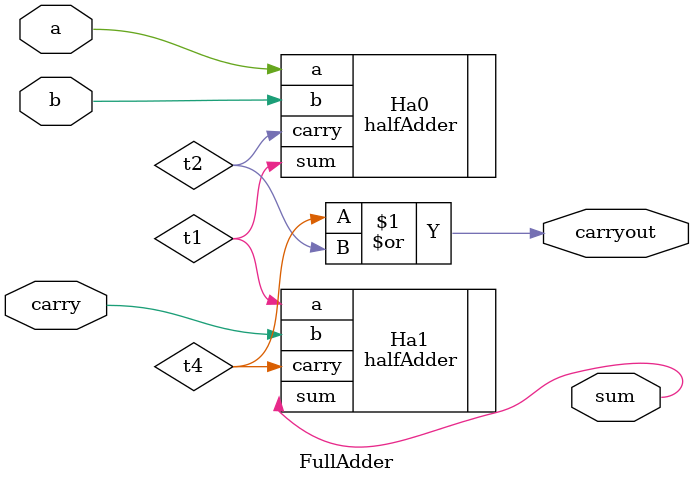
<source format=sv>
`timescale 1ns / 1ps


module FullAdder(
input logic a,
input logic b,
input logic carry,
output logic sum,
output logic carryout
);

logic t1, t2, t4;
halfAdder Ha0( .sum(t1), .carry(t2) , .a(a) , .b (b) );

halfAdder Ha1( .sum(sum) , .carry(t4) ,.a(t1) , .b (carry) );

or(carryout, t4, t2);













endmodule

</source>
